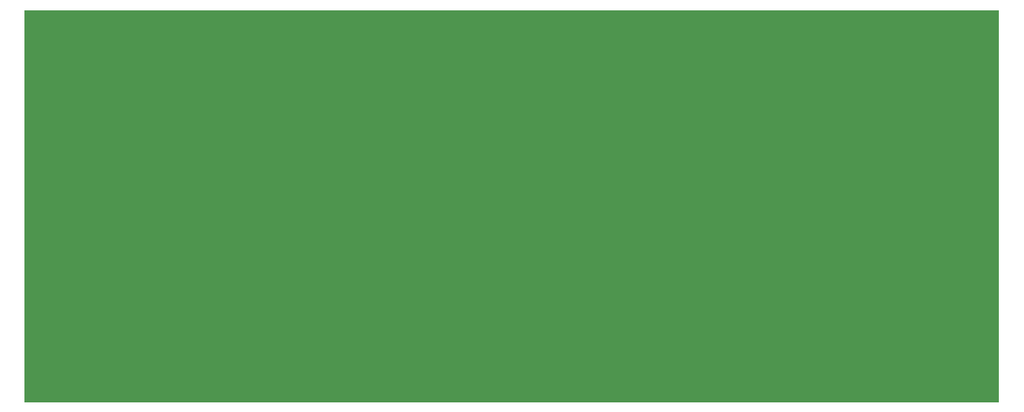
<source format=gbr>
%TF.GenerationSoftware,Altium Limited,Altium Designer,24.10.1 (45)*%
G04 Layer_Physical_Order=2*
G04 Layer_Color=36540*
%FSLAX45Y45*%
%MOMM*%
%TF.SameCoordinates,2EBBFB3B-01A8-4DF5-8D17-AA19E7DB42BB*%
%TF.FilePolarity,Positive*%
%TF.FileFunction,Copper,L2,Inr,Signal*%
%TF.Part,Single*%
G01*
G75*
%TA.AperFunction,Conductor*%
%ADD42C,0.25400*%
%TA.AperFunction,ComponentPad*%
%ADD43C,1.65000*%
%TA.AperFunction,ViaPad*%
%ADD45C,1.52400*%
%TA.AperFunction,ComponentPad*%
%ADD46C,0.65000*%
%ADD47O,1.70000X0.90000*%
%ADD48O,2.40000X0.90000*%
%TA.AperFunction,ViaPad*%
%ADD49C,0.85000*%
%ADD50C,0.50000*%
%TA.AperFunction,Conductor*%
%ADD51R,111.50000X44.90000*%
D42*
X12505084Y5550284D02*
G03*
X12649571Y5484246I100916J29715D01*
G01*
X13121330Y5475055D02*
G03*
X13157571Y5484246I-7331J104944D01*
G01*
X12604976Y5439403D02*
G03*
X12615797Y5439741I1024J140596D01*
G01*
X5415280Y4648200D02*
X6573520D01*
X11407999Y3726002D02*
X11844000Y3290001D01*
X12027874Y6158125D02*
X12606000Y5579999D01*
X12183979Y5748020D02*
X12352000Y5579999D01*
X12649571Y5484246D02*
X12860001Y5579999D01*
X12479020Y5638800D02*
X12505083Y5550284D01*
X12471580Y5646239D02*
X12479020Y5638800D01*
X12194540Y5923280D02*
X12471580Y5646239D01*
X12077820Y6040000D02*
X12194540Y5923280D01*
X10626974Y6040000D02*
X12077820D01*
X10586974Y6000000D02*
X10626974Y6040000D01*
X9871551Y6000000D02*
X10586974D01*
X9831551Y6040000D02*
X9871551Y6000000D01*
X9270000Y6040000D02*
X9831551D01*
X9260000Y6030000D02*
X9270000Y6040000D01*
X9027160Y5748020D02*
X12183979D01*
X12186199Y2870200D02*
X12606000Y3290001D01*
X9088120Y2870200D02*
X12186199D01*
X7934960Y4023360D02*
X9088120Y2870200D01*
X8122250Y6158125D02*
X12027874D01*
X8100156Y6136030D02*
X8122250Y6158125D01*
X7536790Y6136030D02*
X8100156D01*
X7197882Y6474938D02*
X7536790Y6136030D01*
X12170959Y3108960D02*
X12352000Y3290001D01*
X10453380Y3108960D02*
X12170959D01*
X10080000Y3482340D02*
X10453380Y3108960D01*
X13157571Y5484246D02*
X13367999Y5579999D01*
X12615797Y5439741D02*
X13121330Y5475055D01*
X11150000Y5450000D02*
X12604976Y5439403D01*
X8840003Y4246880D02*
X9806940D01*
X6420000Y3990000D02*
Y3990000D01*
X6676880Y4246880D01*
X8840003D01*
X9357858Y6792143D02*
X9772502Y6377498D01*
X10469999D01*
X7377156Y6792143D02*
X9357858D01*
X7087413Y6502400D02*
X7377156Y6792143D01*
X7087413Y6420526D02*
Y6502400D01*
Y6420526D02*
X7142881Y6365057D01*
Y5972856D02*
Y6365057D01*
X10887121Y4246880D02*
X11407999Y3726002D01*
X7397501Y5237480D02*
X8368050D01*
X6804660Y5133340D02*
Y5538719D01*
Y4879340D02*
Y5133340D01*
X6408420Y4879340D02*
X6804660D01*
X6070600D02*
X6408420D01*
X4074201Y4750598D02*
Y4908499D01*
X9466580Y3726002D02*
X11407999D01*
X9806940Y4246880D02*
X10887121D01*
X6573520Y4648200D02*
X6804660Y4879340D01*
X5867400Y4676140D02*
X6070600Y4879340D01*
X10129520Y4534499D02*
Y5335001D01*
Y4534499D02*
X10185999Y4478020D01*
X6908800Y5237480D02*
X7397501D01*
X6804660Y5538719D02*
X6908800Y5642859D01*
X8368050Y5237480D02*
X8380105Y5225425D01*
X6804660Y5133340D02*
X6908800Y5237480D01*
X4074201Y4908499D02*
Y5435798D01*
X3475573Y6254999D02*
X3560572Y6170000D01*
X3610574D01*
D43*
X11590000Y3290001D02*
D03*
X12098000D02*
D03*
X13114000D02*
D03*
X12860001D02*
D03*
X12606000D02*
D03*
X12352000D02*
D03*
X11844000D02*
D03*
X13367999Y3293999D02*
D03*
Y5579999D02*
D03*
X11590000D02*
D03*
X11844000D02*
D03*
X12098000D02*
D03*
X12352000D02*
D03*
X12606000D02*
D03*
X12860001D02*
D03*
X13114000D02*
D03*
D45*
X7820000Y3490000D02*
D03*
D46*
X3610574Y6510000D02*
D03*
Y6425001D02*
D03*
Y6340003D02*
D03*
Y6254999D02*
D03*
Y6170000D02*
D03*
Y6085002D02*
D03*
Y5999998D02*
D03*
Y5915000D02*
D03*
X3475573D02*
D03*
Y5999998D02*
D03*
Y6085002D02*
D03*
Y6170000D02*
D03*
Y6254999D02*
D03*
Y6340003D02*
D03*
Y6425001D02*
D03*
Y6510000D02*
D03*
D47*
X3174573Y6645001D02*
D03*
Y5779999D02*
D03*
D48*
X3512576Y6645001D02*
D03*
Y5779999D02*
D03*
D49*
X9164000Y5832160D02*
D03*
X8778887Y6404180D02*
D03*
X9164320Y5831840D02*
D03*
X9260000Y6030000D02*
D03*
X9027160Y5748020D02*
D03*
X6720886Y6289863D02*
D03*
X6705200Y6590000D02*
D03*
X6650000Y6840000D02*
D03*
X8020000Y5830000D02*
D03*
X4890000Y5040000D02*
D03*
X4950000Y4530000D02*
D03*
X5130000Y4800000D02*
D03*
X5570000Y5070000D02*
D03*
X8430000Y5220000D02*
D03*
X8200000Y4880000D02*
D03*
X8020000Y5600000D02*
D03*
X7934960Y4023360D02*
D03*
X7737881Y4897120D02*
D03*
X6420000Y3990000D02*
D03*
X9350000Y6400000D02*
D03*
X10469999Y6377498D02*
D03*
X11150000Y5450000D02*
D03*
X11010000Y6390000D02*
D03*
X8840003Y4246880D02*
D03*
X9466580Y3726002D02*
D03*
X6819555Y6364615D02*
D03*
X5867400Y4676140D02*
D03*
X10129520Y5335001D02*
D03*
X8255000Y5595620D02*
D03*
X5615940Y3652520D02*
D03*
X7197882Y6474938D02*
D03*
X8138160Y6469380D02*
D03*
X5854400Y5584403D02*
D03*
X6906372Y5083272D02*
D03*
X6294999Y4471899D02*
D03*
X6471920Y3721100D02*
D03*
X7397501Y5237480D02*
D03*
X6804660Y4879340D02*
D03*
X6908800Y5642859D02*
D03*
X6408420Y4879340D02*
D03*
X7073900Y5140960D02*
D03*
X6294999Y4409999D02*
D03*
X5924398D02*
D03*
X7496642Y6587861D02*
D03*
X8050814Y6364615D02*
D03*
X9806940Y4246880D02*
D03*
X4074201Y4750598D02*
D03*
Y5435798D02*
D03*
Y4908499D02*
D03*
X10185999Y4478020D02*
D03*
X10080000Y3482340D02*
D03*
X5851205Y5400004D02*
D03*
D50*
X8230001Y5790428D02*
D03*
Y5900425D02*
D03*
Y6010427D02*
D03*
Y6120425D02*
D03*
Y6230427D02*
D03*
X8339999Y5790428D02*
D03*
Y5900425D02*
D03*
Y6010427D02*
D03*
Y6120425D02*
D03*
Y6230427D02*
D03*
X8450001Y5790428D02*
D03*
Y5900425D02*
D03*
Y6010427D02*
D03*
Y6120425D02*
D03*
Y6230427D02*
D03*
X8559998Y5790428D02*
D03*
Y5900425D02*
D03*
Y6010427D02*
D03*
Y6120425D02*
D03*
Y6230427D02*
D03*
X8670000Y5790428D02*
D03*
Y5900425D02*
D03*
Y6010427D02*
D03*
Y6120425D02*
D03*
Y6230427D02*
D03*
D51*
X8125000Y4815000D02*
D03*
%TF.MD5,9b31987e89ee46ecf7d0d83252cca37c*%
M02*

</source>
